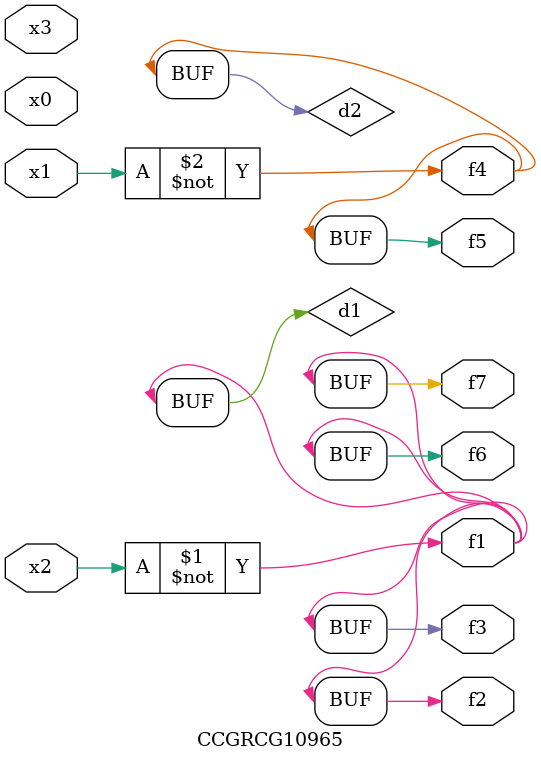
<source format=v>
module CCGRCG10965(
	input x0, x1, x2, x3,
	output f1, f2, f3, f4, f5, f6, f7
);

	wire d1, d2;

	xnor (d1, x2);
	not (d2, x1);
	assign f1 = d1;
	assign f2 = d1;
	assign f3 = d1;
	assign f4 = d2;
	assign f5 = d2;
	assign f6 = d1;
	assign f7 = d1;
endmodule

</source>
